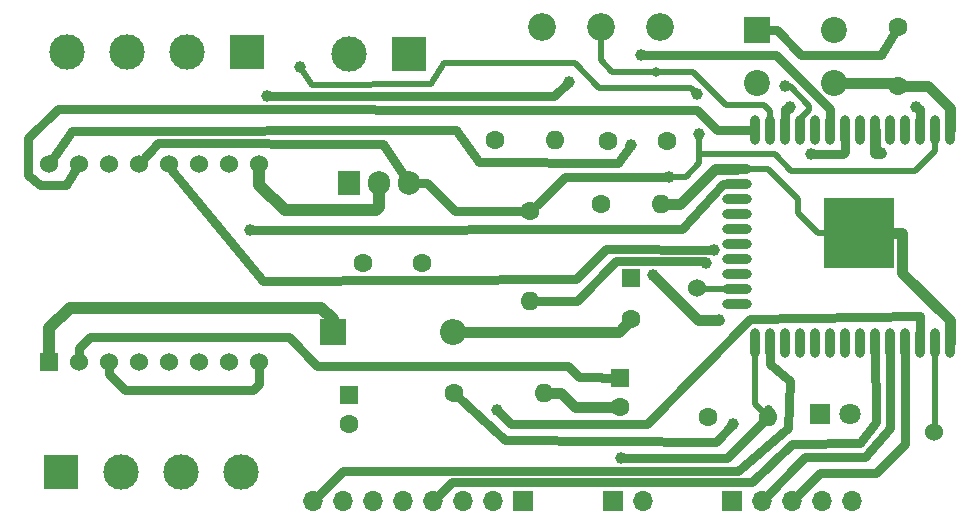
<source format=gbr>
G04 #@! TF.GenerationSoftware,KiCad,Pcbnew,(5.1.0)-1*
G04 #@! TF.CreationDate,2020-06-14T14:54:15-05:00*
G04 #@! TF.ProjectId,ESP32_BridgeH,45535033-325f-4427-9269-646765482e6b,0*
G04 #@! TF.SameCoordinates,Original*
G04 #@! TF.FileFunction,Copper,L1,Top*
G04 #@! TF.FilePolarity,Positive*
%FSLAX46Y46*%
G04 Gerber Fmt 4.6, Leading zero omitted, Abs format (unit mm)*
G04 Created by KiCad (PCBNEW (5.1.0)-1) date 2020-06-14 14:54:15*
%MOMM*%
%LPD*%
G04 APERTURE LIST*
%ADD10R,6.000000X6.000000*%
%ADD11O,0.900000X2.500000*%
%ADD12O,2.500000X0.900000*%
%ADD13C,1.600000*%
%ADD14O,1.700000X1.700000*%
%ADD15R,1.700000X1.700000*%
%ADD16O,1.905000X2.000000*%
%ADD17R,1.905000X2.000000*%
%ADD18C,1.524000*%
%ADD19R,1.524000X1.524000*%
%ADD20O,1.600000X1.600000*%
%ADD21C,3.000000*%
%ADD22R,3.000000X3.000000*%
%ADD23O,2.200000X2.200000*%
%ADD24R,2.200000X2.200000*%
%ADD25C,1.800000*%
%ADD26R,1.800000X1.800000*%
%ADD27R,1.600000X1.600000*%
%ADD28C,2.340000*%
%ADD29C,2.200000*%
%ADD30C,0.800000*%
%ADD31C,1.000000*%
%ADD32C,0.889000*%
%ADD33C,0.762000*%
%ADD34C,0.508000*%
%ADD35C,1.016000*%
G04 APERTURE END LIST*
D10*
X197575000Y-113111000D03*
D11*
X205275000Y-104411000D03*
X204005000Y-104411000D03*
X202735000Y-104411000D03*
X201465000Y-104411000D03*
X200195000Y-104411000D03*
X198925000Y-104411000D03*
X197655000Y-104411000D03*
X196385000Y-104411000D03*
X195115000Y-104411000D03*
X193845000Y-104411000D03*
X192575000Y-104411000D03*
X191305000Y-104411000D03*
X190035000Y-104411000D03*
X188765000Y-104411000D03*
D12*
X187275000Y-107696000D03*
X187275000Y-108966000D03*
X187275000Y-110236000D03*
X187275000Y-111506000D03*
X187275000Y-112776000D03*
X187275000Y-114046000D03*
X187275000Y-115316000D03*
X187275000Y-116586000D03*
X187275000Y-117856000D03*
X187275000Y-119126000D03*
D11*
X188765000Y-122411000D03*
X190035000Y-122411000D03*
X191305000Y-122411000D03*
X192575000Y-122411000D03*
X193845000Y-122411000D03*
X195115000Y-122411000D03*
X196385000Y-122411000D03*
X197655000Y-122411000D03*
X198925000Y-122411000D03*
X200195000Y-122411000D03*
X201465000Y-122411000D03*
X202735000Y-122411000D03*
X204005000Y-122411000D03*
X205275000Y-122411000D03*
D13*
X176356000Y-105346000D03*
X181356000Y-105346000D03*
D14*
X151384000Y-135763000D03*
X153924000Y-135763000D03*
X156464000Y-135763000D03*
X159004000Y-135763000D03*
X161544000Y-135763000D03*
X164084000Y-135763000D03*
X166624000Y-135763000D03*
D15*
X169164000Y-135763000D03*
D16*
X159475000Y-108866000D03*
X156935000Y-108866000D03*
D17*
X154395000Y-108866000D03*
D18*
X146812000Y-107252000D03*
X146812000Y-124016000D03*
X144272000Y-124016000D03*
X144272000Y-107252000D03*
X141732000Y-124016000D03*
X141732000Y-107252000D03*
X139192000Y-107252000D03*
X139192000Y-124016000D03*
X136652000Y-124016000D03*
X136652000Y-107252000D03*
X134112000Y-124016000D03*
X134112000Y-107252000D03*
X131572000Y-107252000D03*
X129032000Y-107252000D03*
X131572000Y-124016000D03*
D19*
X129032000Y-124016000D03*
D20*
X170878000Y-126619000D03*
D13*
X163258000Y-126619000D03*
X169746000Y-111252000D03*
D20*
X169746000Y-118872000D03*
D14*
X196977000Y-135763000D03*
X194437000Y-135763000D03*
X191897000Y-135763000D03*
X189357000Y-135763000D03*
D15*
X186817000Y-135763000D03*
D14*
X179324000Y-135763000D03*
D15*
X176784000Y-135763000D03*
D21*
X130556000Y-97790000D03*
D22*
X145796000Y-97790000D03*
D21*
X135636000Y-97790000D03*
X140716000Y-97790000D03*
X135128000Y-133350000D03*
X140208000Y-133350000D03*
D22*
X130048000Y-133350000D03*
D21*
X145288000Y-133350000D03*
D23*
X163195000Y-121476000D03*
D24*
X153035000Y-121476000D03*
D25*
X196850000Y-128460000D03*
D26*
X194310000Y-128460000D03*
D27*
X177356000Y-125349000D03*
D13*
X177356000Y-127849000D03*
X178308000Y-120404000D03*
D27*
X178308000Y-116904000D03*
D13*
X154368000Y-129310000D03*
D27*
X154368000Y-126810000D03*
D21*
X154395000Y-97917000D03*
D22*
X159475000Y-97917000D03*
D28*
X170701000Y-95631000D03*
X175701000Y-95631000D03*
X180701000Y-95631000D03*
D13*
X200914000Y-95648000D03*
X200914000Y-100648000D03*
X155575000Y-115634000D03*
X160575000Y-115634000D03*
X184785000Y-128714000D03*
D20*
X189865000Y-128714000D03*
D13*
X166751000Y-105220000D03*
D20*
X171831000Y-105220000D03*
X180848000Y-110680000D03*
D13*
X175768000Y-110680000D03*
D24*
X188976000Y-95885000D03*
D29*
X195476000Y-95885000D03*
X195476000Y-100385000D03*
X188976000Y-100385000D03*
D30*
X198437500Y-114363500D03*
X197231000Y-114363500D03*
X196024500Y-114363500D03*
X198501000Y-111696500D03*
X197167500Y-111760000D03*
X195961000Y-111760000D03*
X198420000Y-113111000D03*
D31*
X184589700Y-115651800D03*
X202410600Y-102442100D03*
X181500000Y-108350000D03*
X184050000Y-104700000D03*
X186940000Y-129275100D03*
X177459300Y-132153400D03*
X178311700Y-105678600D03*
X191774200Y-102435900D03*
X145984800Y-112826000D03*
X185272600Y-114560300D03*
X193531800Y-106421400D03*
X179139700Y-98040300D03*
X147410100Y-101551800D03*
X173027000Y-100316500D03*
X191300000Y-100700000D03*
X183850000Y-101350000D03*
X150250000Y-99100000D03*
D18*
X203950000Y-129950000D03*
D31*
X166949000Y-128076400D03*
D18*
X183850000Y-117800000D03*
D31*
X180139500Y-116661600D03*
X185693200Y-120490600D03*
X199458600Y-106305800D03*
D30*
X180350000Y-99500000D03*
D32*
X187275000Y-107696000D02*
X185380200Y-107696000D01*
X180848000Y-110680000D02*
X182396200Y-110680000D01*
X182396200Y-110680000D02*
X185380200Y-107696000D01*
X163195000Y-121476000D02*
X177236000Y-121476000D01*
X177236000Y-121476000D02*
X178308000Y-120404000D01*
X199397400Y-113111000D02*
X198420000Y-113111000D01*
X199397400Y-113111000D02*
X201219800Y-113111000D01*
X205275000Y-122411000D02*
X205275000Y-120516200D01*
X205275000Y-120516200D02*
X201219800Y-116461000D01*
X201219800Y-116461000D02*
X201219800Y-113111000D01*
X170878000Y-126619000D02*
X172322800Y-126619000D01*
X177356000Y-127849000D02*
X173552800Y-127849000D01*
X173552800Y-127849000D02*
X172322800Y-126619000D01*
X200914000Y-100648000D02*
X203406800Y-100648000D01*
X203406800Y-100648000D02*
X205275000Y-102516200D01*
X195476000Y-100385000D02*
X200651000Y-100385000D01*
X200651000Y-100385000D02*
X200914000Y-100648000D01*
X205275000Y-104411000D02*
X205275000Y-102516200D01*
X198420000Y-113111000D02*
X197575000Y-113111000D01*
D33*
X134112000Y-125093630D02*
X135418370Y-126400000D01*
X134112000Y-124016000D02*
X134112000Y-125093630D01*
X135418370Y-126400000D02*
X146300000Y-126400000D01*
X146812000Y-125888000D02*
X146812000Y-124016000D01*
X146300000Y-126400000D02*
X146812000Y-125888000D01*
D34*
X189033000Y-107696000D02*
X189037000Y-107700000D01*
X187275000Y-107696000D02*
X189033000Y-107696000D01*
X189037000Y-107700000D02*
X189850000Y-107700000D01*
X189850000Y-107700000D02*
X192400000Y-110250000D01*
X194067000Y-113111000D02*
X197575000Y-113111000D01*
X192400000Y-111444000D02*
X194067000Y-113111000D01*
X192400000Y-110250000D02*
X192400000Y-111444000D01*
D35*
X156935000Y-110882000D02*
X156667000Y-111150000D01*
X156935000Y-108866000D02*
X156935000Y-110882000D01*
X156667000Y-111150000D02*
X148950000Y-111150000D01*
X146812000Y-109012000D02*
X146812000Y-107252000D01*
X148950000Y-111150000D02*
X146812000Y-109012000D01*
D33*
X169746000Y-118872000D02*
X173678100Y-118872000D01*
X173678100Y-118872000D02*
X177027400Y-115522700D01*
X177027400Y-115522700D02*
X184460600Y-115522700D01*
X184460600Y-115522700D02*
X184589700Y-115651800D01*
X202410600Y-102442100D02*
X202548200Y-102579700D01*
X202548200Y-102579700D02*
X202735000Y-102579700D01*
X202735000Y-104411000D02*
X202735000Y-102579700D01*
X190657300Y-95885000D02*
X188976000Y-95885000D01*
X192700000Y-98050000D02*
X190657300Y-95885000D01*
X200914000Y-95648000D02*
X199400000Y-98050000D01*
X199400000Y-98050000D02*
X192700000Y-98050000D01*
X169746000Y-111252000D02*
X163394800Y-111252000D01*
X163394800Y-111252000D02*
X161008800Y-108866000D01*
X159475000Y-108866000D02*
X161008800Y-108866000D01*
X131572000Y-122828000D02*
X131572000Y-124016000D01*
X175794000Y-125349000D02*
X175745000Y-125300000D01*
X132450000Y-121950000D02*
X131572000Y-122828000D01*
X177356000Y-125349000D02*
X175794000Y-125349000D01*
X173900000Y-125300000D02*
X172950000Y-124350000D01*
X172950000Y-124350000D02*
X151700000Y-124350000D01*
X149300000Y-121950000D02*
X132450000Y-121950000D01*
X175745000Y-125300000D02*
X173900000Y-125300000D01*
X151700000Y-124350000D02*
X149300000Y-121950000D01*
X157300000Y-105600000D02*
X159475000Y-108866000D01*
X136652000Y-107252000D02*
X138200000Y-105500000D01*
X138200000Y-105500000D02*
X157300000Y-105600000D01*
D34*
X204005000Y-104411000D02*
X204005000Y-106169000D01*
X204005000Y-106169000D02*
X202324000Y-107850000D01*
X191850000Y-107850000D02*
X190450000Y-106450000D01*
X202324000Y-107850000D02*
X191850000Y-107850000D01*
D33*
X170545999Y-110452001D02*
X170547999Y-110452001D01*
X169746000Y-111252000D02*
X170545999Y-110452001D01*
X170547999Y-110452001D02*
X172650000Y-108350000D01*
X172650000Y-108350000D02*
X178352000Y-108350000D01*
X178352000Y-108350000D02*
X181500000Y-108350000D01*
D34*
X184050000Y-106450000D02*
X184050000Y-107200000D01*
X190450000Y-106450000D02*
X184050000Y-106450000D01*
X182900000Y-108350000D02*
X181500000Y-108350000D01*
X184050000Y-107200000D02*
X182900000Y-108350000D01*
X184050000Y-104700000D02*
X184050000Y-106450000D01*
D33*
X185500000Y-130800000D02*
X186940000Y-129275100D01*
X163258000Y-126619000D02*
X167600000Y-130600000D01*
X167600000Y-130600000D02*
X185500000Y-130800000D01*
D35*
X153035000Y-121476000D02*
X153035000Y-120435000D01*
X153035000Y-120435000D02*
X152050000Y-119450000D01*
X152050000Y-119450000D02*
X130750000Y-119450000D01*
X129032000Y-121168000D02*
X129032000Y-124016000D01*
X130750000Y-119450000D02*
X129032000Y-121168000D01*
D33*
X189865000Y-128714000D02*
X189865000Y-128023300D01*
D34*
X188765000Y-127614000D02*
X188765000Y-122411000D01*
X189865000Y-128714000D02*
X188765000Y-127614000D01*
D33*
X186425600Y-132153400D02*
X189865000Y-128714000D01*
X177459300Y-132153400D02*
X186425600Y-132153400D01*
X200202800Y-129641600D02*
X200195000Y-122411000D01*
X198120000Y-132080000D02*
X200202800Y-129641600D01*
X189357000Y-135763000D02*
X193021700Y-132098300D01*
X193021700Y-132098300D02*
X198120000Y-132080000D01*
X201465000Y-130970200D02*
X201465000Y-122411000D01*
X199034400Y-133400800D02*
X201465000Y-130970200D01*
X191897000Y-135763000D02*
X194259200Y-133400800D01*
X194259200Y-133400800D02*
X199034400Y-133400800D01*
X130900000Y-104450000D02*
X163450000Y-104400000D01*
X165400000Y-107100000D02*
X177150000Y-107200000D01*
X129032000Y-107252000D02*
X130900000Y-104450000D01*
X163450000Y-104400000D02*
X165400000Y-107100000D01*
X177150000Y-107200000D02*
X178311700Y-105678600D01*
X191305000Y-104411000D02*
X191305000Y-102579700D01*
X191774200Y-102435900D02*
X191630400Y-102579700D01*
X191630400Y-102579700D02*
X191305000Y-102579700D01*
X130400000Y-109050000D02*
X131572000Y-107252000D01*
X128250000Y-109050000D02*
X130400000Y-109050000D01*
X185568000Y-104411000D02*
X183860300Y-102703300D01*
X188765000Y-104411000D02*
X185568000Y-104411000D01*
X183860300Y-102703300D02*
X129750000Y-102650000D01*
X129750000Y-102650000D02*
X127200000Y-105100000D01*
X127200000Y-105100000D02*
X127250000Y-108200000D01*
X127250000Y-108200000D02*
X128250000Y-109050000D01*
X186034000Y-108966000D02*
X187275000Y-108966000D01*
X145984800Y-112826000D02*
X182550000Y-112800000D01*
X182550000Y-112800000D02*
X186034000Y-108966000D01*
X196385000Y-106242300D02*
X196205900Y-106421400D01*
X196205900Y-106421400D02*
X193531800Y-106421400D01*
X196385000Y-104411000D02*
X196385000Y-106242300D01*
X176150000Y-114450000D02*
X185272600Y-114560300D01*
X173624131Y-117025869D02*
X176150000Y-114450000D01*
X147150000Y-117200000D02*
X173624131Y-117025869D01*
X139192000Y-107252000D02*
X139192000Y-107562400D01*
X139192000Y-107562400D02*
X147150000Y-117200000D01*
X195115000Y-104411000D02*
X195115000Y-102579700D01*
X179139700Y-98040300D02*
X190575600Y-98040300D01*
X190575600Y-98040300D02*
X195115000Y-102579700D01*
X171791700Y-101551800D02*
X147410100Y-101551800D01*
X173027000Y-100316500D02*
X171791700Y-101551800D01*
D34*
X192575000Y-104411000D02*
X192575000Y-103475000D01*
X192575000Y-103475000D02*
X193350000Y-102700000D01*
X193350000Y-102700000D02*
X193350000Y-102350000D01*
X193350000Y-102350000D02*
X191700000Y-100700000D01*
X191700000Y-100700000D02*
X191300000Y-100700000D01*
X183350000Y-100850000D02*
X183850000Y-101350000D01*
X151250000Y-100600000D02*
X161366759Y-100513354D01*
X150250000Y-99100000D02*
X151250000Y-100600000D01*
X161366759Y-100513354D02*
X162459202Y-98750000D01*
X162459202Y-98750000D02*
X173500000Y-98750000D01*
X173500000Y-98750000D02*
X175600000Y-100850000D01*
X175600000Y-100850000D02*
X183350000Y-100850000D01*
X204005000Y-122411000D02*
X204005000Y-129895000D01*
X204005000Y-129895000D02*
X203950000Y-129950000D01*
D33*
X168140300Y-129267700D02*
X166949000Y-128076400D01*
X179614200Y-129267700D02*
X168140300Y-129267700D01*
X188303822Y-120353822D02*
X179614200Y-129267700D01*
X202735000Y-122411000D02*
X202700000Y-120100000D01*
X202700000Y-120100000D02*
X188303822Y-120353822D01*
X199034400Y-129133600D02*
X198925000Y-122411000D01*
X197662800Y-130860800D02*
X199034400Y-129133600D01*
X191898610Y-131001390D02*
X197662800Y-130860800D01*
X188500000Y-134200000D02*
X191898610Y-131001390D01*
X161544000Y-135763000D02*
X163110000Y-134197000D01*
X163110000Y-134197000D02*
X188500000Y-134200000D01*
X190035000Y-124242300D02*
X190035000Y-122411000D01*
X191700000Y-125650000D02*
X190035000Y-124242300D01*
X191550000Y-129600000D02*
X191700000Y-125650000D01*
X187330000Y-133234700D02*
X191550000Y-129600000D01*
X151384000Y-135763000D02*
X153912300Y-133234700D01*
X153912300Y-133234700D02*
X187330000Y-133234700D01*
D34*
X187275000Y-117856000D02*
X183906000Y-117856000D01*
X183906000Y-117856000D02*
X183850000Y-117800000D01*
X175701000Y-98501000D02*
X175701000Y-95631000D01*
X190035000Y-102785000D02*
X189550000Y-102300000D01*
X189550000Y-102300000D02*
X186350000Y-102300000D01*
X186350000Y-102300000D02*
X183550000Y-99500000D01*
X190035000Y-104411000D02*
X190035000Y-102785000D01*
X183550000Y-99500000D02*
X176700000Y-99500000D01*
X176700000Y-99500000D02*
X175701000Y-98501000D01*
D32*
X198925000Y-106305800D02*
X199458600Y-106305800D01*
X198925000Y-104411000D02*
X198925000Y-106305800D01*
X180139500Y-116661600D02*
X183968500Y-120490600D01*
X183968500Y-120490600D02*
X185693200Y-120490600D01*
M02*

</source>
